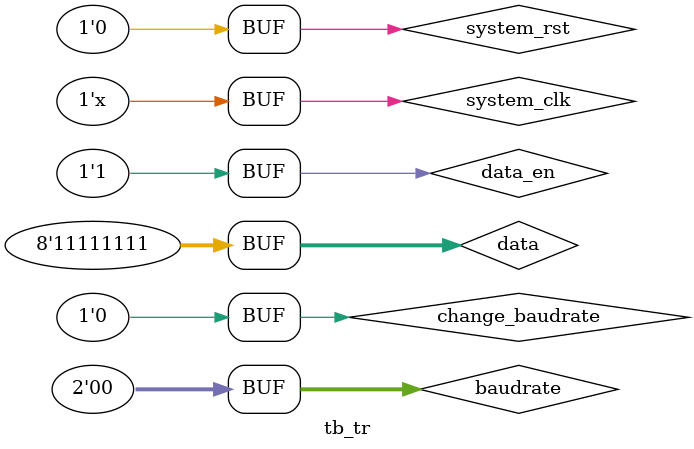
<source format=v>
`timescale 1ns / 1ps


module tb_tr(

    );
    
       reg system_clk; reg system_rst;
    reg [7:0] data; reg data_en;
    reg change_baudrate;reg [1:0]  baudrate ;
    wire TX; wire bitti;
    
    UART_transmitter uut(system_clk,system_rst,data,data_en,change_baudrate,baudrate,TX,bitti);
    
    always begin
        system_clk=~system_clk; #5;
    end
    initial begin
        system_clk=1;system_rst=0;
        data=8'b11111111; data_en=1; change_baudrate=0;baudrate=2'b00;
    
    end
endmodule

</source>
